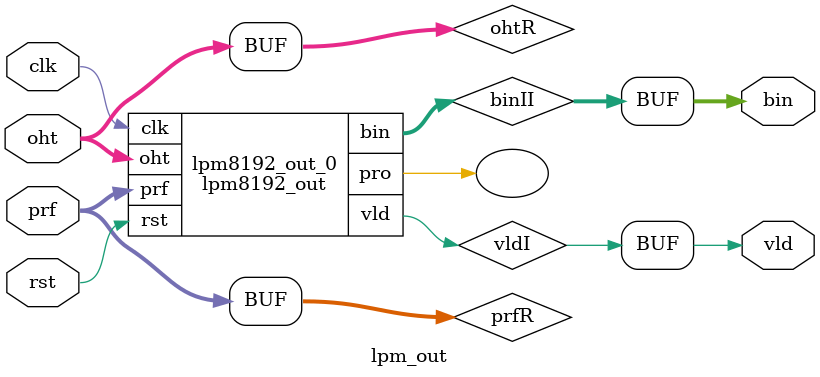
<source format=v>


// lpm2_out: 2-bit  Longest-Prefix-Macth (LPM) sub-module; Automatically generated
module lpm2_out(input clk, input rst, input [2-1:0] oht, input [4*2-1:0] prf, output [1-1:0] bin, output [4-1:0] pro, output vld);
  wire [4:0] p0 = { !oht[0] ,  prf[  4-1:0] }; // unpacked input prefix
  wire [4:0] p1 = { !oht[1] ,  prf[2*4-1:4] }; // unpacked input prefix
  assign    bin = (p1<p0) ? 1'b1 : 1'b0      ; // LSP  of the minimum prefix index
  assign    pro = bin ? p1[4-1:0] : p0[4-1:0]; // lower valid minimum
  assign    vld = |oht                       ; // valid bits
endmodule

// lpm4_out: 4-bit  Longest-Prefix-Macth (LPM) sub-module; Automatically generated
module lpm4_out(input clk, input rst, input [4-1:0] oht, input [4*4-1:0] prf, output [2-1:0] bin, output [4-1:0] pro, output vld);
  // recursive calls for four narrower (half the inout width) LPM encoders
  wire [2-2:0] binI[1:0]; wire [1:0] vldI; wire [4-1:0] proI [1:0];
  lpm2_out lpm2_out_in0(clk,rst,oht[4/2-1:0    ],prf[4/2*4-1:0    ],binI[0],proI[0],vldI[0]);
  lpm2_out lpm2_out_in1(clk,rst,oht[4  -1:  4/2],prf[4  *4-1:4/2*4],binI[1],proI[1],vldI[1]);
  // register input LPM encoders outputs if pipelining is required; otherwise assign only
  wire [2-2:0] binII[1:0]; wire [4-1:0] proII[1:0]; wire [   1:0] vldII;
  reg [2-2:0] binIR[1:0]; reg [1:0] vldIR; reg [4-1:0] proIR[1:0];
  always @(posedge clk, posedge rst)
    if (rst) {binIR[1],binIR[0],proIR[1],proIR[0],vldIR} <= {(2*(2+4)){1'b0}};
    else     {binIR[1],binIR[0],proIR[1],proIR[0],vldIR} <= {binI[ 1],binI[ 0],proI[ 1],proI[ 0],vldI };
  assign     {binII[1],binII[0],proII[1],proII[0],vldII} =  {binIR[1],binIR[0],proIR[1],proIR[0],vldIR};
  // output lpm2 to generate indices from valid bits
  lpm2_out lpm2_out_out0(clk,rst,vldII,{proII[1],proII[0]},bin[2-1:2-1],pro,vld);
  assign bin[2-2:0] = bin[2-1:2-1] ? binII[1] : binII[0];
endmodule

// lpm8_out: 8-bit  Longest-Prefix-Macth (LPM) sub-module; Automatically generated
module lpm8_out(input clk, input rst, input [8-1:0] oht, input [4*8-1:0] prf, output [3-1:0] bin, output [4-1:0] pro, output vld);
  // recursive calls for four narrower (half the inout width) LPM encoders
  wire [3-2:0] binI[1:0]; wire [1:0] vldI; wire [4-1:0] proI [1:0];
  lpm4_out lpm4_out_in0(clk,rst,oht[8/2-1:0    ],prf[8/2*4-1:0    ],binI[0],proI[0],vldI[0]);
  lpm4_out lpm4_out_in1(clk,rst,oht[8  -1:  8/2],prf[8  *4-1:8/2*4],binI[1],proI[1],vldI[1]);
  // register input LPM encoders outputs if pipelining is required; otherwise assign only
  wire [3-2:0] binII[1:0]; wire [4-1:0] proII[1:0]; wire [   1:0] vldII;
  reg [3-2:0] binIR[1:0]; reg [1:0] vldIR; reg [4-1:0] proIR[1:0];
  always @(posedge clk, posedge rst)
    if (rst) {binIR[1],binIR[0],proIR[1],proIR[0],vldIR} <= {(2*(3+4)){1'b0}};
    else     {binIR[1],binIR[0],proIR[1],proIR[0],vldIR} <= {binI[ 1],binI[ 0],proI[ 1],proI[ 0],vldI };
  assign     {binII[1],binII[0],proII[1],proII[0],vldII} =  {binIR[1],binIR[0],proIR[1],proIR[0],vldIR};
  // output lpm2 to generate indices from valid bits
  lpm2_out lpm2_out_out0(clk,rst,vldII,{proII[1],proII[0]},bin[3-1:3-1],pro,vld);
  assign bin[3-2:0] = bin[3-1:3-1] ? binII[1] : binII[0];
endmodule

// lpm16_out: 16-bit  Longest-Prefix-Macth (LPM) sub-module; Automatically generated
module lpm16_out(input clk, input rst, input [16-1:0] oht, input [4*16-1:0] prf, output [4-1:0] bin, output [4-1:0] pro, output vld);
  // recursive calls for four narrower (half the inout width) LPM encoders
  wire [4-2:0] binI[1:0]; wire [1:0] vldI; wire [4-1:0] proI [1:0];
  lpm8_out lpm8_out_in0(clk,rst,oht[16/2-1:0    ],prf[16/2*4-1:0    ],binI[0],proI[0],vldI[0]);
  lpm8_out lpm8_out_in1(clk,rst,oht[16  -1:  16/2],prf[16  *4-1:16/2*4],binI[1],proI[1],vldI[1]);
  // register input LPM encoders outputs if pipelining is required; otherwise assign only
  wire [4-2:0] binII[1:0]; wire [4-1:0] proII[1:0]; wire [   1:0] vldII;
  reg [4-2:0] binIR[1:0]; reg [1:0] vldIR; reg [4-1:0] proIR[1:0];
  always @(posedge clk, posedge rst)
    if (rst) {binIR[1],binIR[0],proIR[1],proIR[0],vldIR} <= {(2*(4+4)){1'b0}};
    else     {binIR[1],binIR[0],proIR[1],proIR[0],vldIR} <= {binI[ 1],binI[ 0],proI[ 1],proI[ 0],vldI };
  assign     {binII[1],binII[0],proII[1],proII[0],vldII} =  {binIR[1],binIR[0],proIR[1],proIR[0],vldIR};
  // output lpm2 to generate indices from valid bits
  lpm2_out lpm2_out_out0(clk,rst,vldII,{proII[1],proII[0]},bin[4-1:4-1],pro,vld);
  assign bin[4-2:0] = bin[4-1:4-1] ? binII[1] : binII[0];
endmodule

// lpm32_out: 32-bit  Longest-Prefix-Macth (LPM) sub-module; Automatically generated
module lpm32_out(input clk, input rst, input [32-1:0] oht, input [4*32-1:0] prf, output [5-1:0] bin, output [4-1:0] pro, output vld);
  // recursive calls for four narrower (half the inout width) LPM encoders
  wire [5-2:0] binI[1:0]; wire [1:0] vldI; wire [4-1:0] proI [1:0];
  lpm16_out lpm16_out_in0(clk,rst,oht[32/2-1:0    ],prf[32/2*4-1:0    ],binI[0],proI[0],vldI[0]);
  lpm16_out lpm16_out_in1(clk,rst,oht[32  -1:  32/2],prf[32  *4-1:32/2*4],binI[1],proI[1],vldI[1]);
  // register input LPM encoders outputs if pipelining is required; otherwise assign only
  wire [5-2:0] binII[1:0]; wire [4-1:0] proII[1:0]; wire [   1:0] vldII;
  reg [5-2:0] binIR[1:0]; reg [1:0] vldIR; reg [4-1:0] proIR[1:0];
  always @(posedge clk, posedge rst)
    if (rst) {binIR[1],binIR[0],proIR[1],proIR[0],vldIR} <= {(2*(5+4)){1'b0}};
    else     {binIR[1],binIR[0],proIR[1],proIR[0],vldIR} <= {binI[ 1],binI[ 0],proI[ 1],proI[ 0],vldI };
  assign     {binII[1],binII[0],proII[1],proII[0],vldII} =  {binIR[1],binIR[0],proIR[1],proIR[0],vldIR};
  // output lpm2 to generate indices from valid bits
  lpm2_out lpm2_out_out0(clk,rst,vldII,{proII[1],proII[0]},bin[5-1:5-1],pro,vld);
  assign bin[5-2:0] = bin[5-1:5-1] ? binII[1] : binII[0];
endmodule

// lpm64_out: 64-bit  Longest-Prefix-Macth (LPM) sub-module; Automatically generated
module lpm64_out(input clk, input rst, input [64-1:0] oht, input [4*64-1:0] prf, output [6-1:0] bin, output [4-1:0] pro, output vld);
  // recursive calls for four narrower (half the inout width) LPM encoders
  wire [6-2:0] binI[1:0]; wire [1:0] vldI; wire [4-1:0] proI [1:0];
  lpm32_out lpm32_out_in0(clk,rst,oht[64/2-1:0    ],prf[64/2*4-1:0    ],binI[0],proI[0],vldI[0]);
  lpm32_out lpm32_out_in1(clk,rst,oht[64  -1:  64/2],prf[64  *4-1:64/2*4],binI[1],proI[1],vldI[1]);
  // register input LPM encoders outputs if pipelining is required; otherwise assign only
  wire [6-2:0] binII[1:0]; wire [4-1:0] proII[1:0]; wire [   1:0] vldII;
  reg [6-2:0] binIR[1:0]; reg [1:0] vldIR; reg [4-1:0] proIR[1:0];
  always @(posedge clk, posedge rst)
    if (rst) {binIR[1],binIR[0],proIR[1],proIR[0],vldIR} <= {(2*(6+4)){1'b0}};
    else     {binIR[1],binIR[0],proIR[1],proIR[0],vldIR} <= {binI[ 1],binI[ 0],proI[ 1],proI[ 0],vldI };
  assign     {binII[1],binII[0],proII[1],proII[0],vldII} =  {binIR[1],binIR[0],proIR[1],proIR[0],vldIR};
  // output lpm2 to generate indices from valid bits
  lpm2_out lpm2_out_out0(clk,rst,vldII,{proII[1],proII[0]},bin[6-1:6-1],pro,vld);
  assign bin[6-2:0] = bin[6-1:6-1] ? binII[1] : binII[0];
endmodule

// lpm128_out: 128-bit  Longest-Prefix-Macth (LPM) sub-module; Automatically generated
module lpm128_out(input clk, input rst, input [128-1:0] oht, input [4*128-1:0] prf, output [7-1:0] bin, output [4-1:0] pro, output vld);
  // recursive calls for four narrower (half the inout width) LPM encoders
  wire [7-2:0] binI[1:0]; wire [1:0] vldI; wire [4-1:0] proI [1:0];
  lpm64_out lpm64_out_in0(clk,rst,oht[128/2-1:0    ],prf[128/2*4-1:0    ],binI[0],proI[0],vldI[0]);
  lpm64_out lpm64_out_in1(clk,rst,oht[128  -1:  128/2],prf[128  *4-1:128/2*4],binI[1],proI[1],vldI[1]);
  // register input LPM encoders outputs if pipelining is required; otherwise assign only
  wire [7-2:0] binII[1:0]; wire [4-1:0] proII[1:0]; wire [   1:0] vldII;
  reg [7-2:0] binIR[1:0]; reg [1:0] vldIR; reg [4-1:0] proIR[1:0];
  always @(posedge clk, posedge rst)
    if (rst) {binIR[1],binIR[0],proIR[1],proIR[0],vldIR} <= {(2*(7+4)){1'b0}};
    else     {binIR[1],binIR[0],proIR[1],proIR[0],vldIR} <= {binI[ 1],binI[ 0],proI[ 1],proI[ 0],vldI };
  assign     {binII[1],binII[0],proII[1],proII[0],vldII} =  {binIR[1],binIR[0],proIR[1],proIR[0],vldIR};
  // output lpm2 to generate indices from valid bits
  lpm2_out lpm2_out_out0(clk,rst,vldII,{proII[1],proII[0]},bin[7-1:7-1],pro,vld);
  assign bin[7-2:0] = bin[7-1:7-1] ? binII[1] : binII[0];
endmodule

// lpm256_out: 256-bit  Longest-Prefix-Macth (LPM) sub-module; Automatically generated
module lpm256_out(input clk, input rst, input [256-1:0] oht, input [4*256-1:0] prf, output [8-1:0] bin, output [4-1:0] pro, output vld);
  // recursive calls for four narrower (half the inout width) LPM encoders
  wire [8-2:0] binI[1:0]; wire [1:0] vldI; wire [4-1:0] proI [1:0];
  lpm128_out lpm128_out_in0(clk,rst,oht[256/2-1:0    ],prf[256/2*4-1:0    ],binI[0],proI[0],vldI[0]);
  lpm128_out lpm128_out_in1(clk,rst,oht[256  -1:  256/2],prf[256  *4-1:256/2*4],binI[1],proI[1],vldI[1]);
  // register input LPM encoders outputs if pipelining is required; otherwise assign only
  wire [8-2:0] binII[1:0]; wire [4-1:0] proII[1:0]; wire [   1:0] vldII;
  reg [8-2:0] binIR[1:0]; reg [1:0] vldIR; reg [4-1:0] proIR[1:0];
  always @(posedge clk, posedge rst)
    if (rst) {binIR[1],binIR[0],proIR[1],proIR[0],vldIR} <= {(2*(8+4)){1'b0}};
    else     {binIR[1],binIR[0],proIR[1],proIR[0],vldIR} <= {binI[ 1],binI[ 0],proI[ 1],proI[ 0],vldI };
  assign     {binII[1],binII[0],proII[1],proII[0],vldII} =  {binIR[1],binIR[0],proIR[1],proIR[0],vldIR};
  // output lpm2 to generate indices from valid bits
  lpm2_out lpm2_out_out0(clk,rst,vldII,{proII[1],proII[0]},bin[8-1:8-1],pro,vld);
  assign bin[8-2:0] = bin[8-1:8-1] ? binII[1] : binII[0];
endmodule

// lpm512_out: 512-bit  Longest-Prefix-Macth (LPM) sub-module; Automatically generated
module lpm512_out(input clk, input rst, input [512-1:0] oht, input [4*512-1:0] prf, output [9-1:0] bin, output [4-1:0] pro, output vld);
  // recursive calls for four narrower (half the inout width) LPM encoders
  wire [9-2:0] binI[1:0]; wire [1:0] vldI; wire [4-1:0] proI [1:0];
  lpm256_out lpm256_out_in0(clk,rst,oht[512/2-1:0    ],prf[512/2*4-1:0    ],binI[0],proI[0],vldI[0]);
  lpm256_out lpm256_out_in1(clk,rst,oht[512  -1:  512/2],prf[512  *4-1:512/2*4],binI[1],proI[1],vldI[1]);
  // register input LPM encoders outputs if pipelining is required; otherwise assign only
  wire [9-2:0] binII[1:0]; wire [4-1:0] proII[1:0]; wire [   1:0] vldII;
  reg [9-2:0] binIR[1:0]; reg [1:0] vldIR; reg [4-1:0] proIR[1:0];
  always @(posedge clk, posedge rst)
    if (rst) {binIR[1],binIR[0],proIR[1],proIR[0],vldIR} <= {(2*(9+4)){1'b0}};
    else     {binIR[1],binIR[0],proIR[1],proIR[0],vldIR} <= {binI[ 1],binI[ 0],proI[ 1],proI[ 0],vldI };
  assign     {binII[1],binII[0],proII[1],proII[0],vldII} =  {binIR[1],binIR[0],proIR[1],proIR[0],vldIR};
  // output lpm2 to generate indices from valid bits
  lpm2_out lpm2_out_out0(clk,rst,vldII,{proII[1],proII[0]},bin[9-1:9-1],pro,vld);
  assign bin[9-2:0] = bin[9-1:9-1] ? binII[1] : binII[0];
endmodule

// lpm1024_out: 1024-bit  Longest-Prefix-Macth (LPM) sub-module; Automatically generated
module lpm1024_out(input clk, input rst, input [1024-1:0] oht, input [4*1024-1:0] prf, output [10-1:0] bin, output [4-1:0] pro, output vld);
  // recursive calls for four narrower (half the inout width) LPM encoders
  wire [10-2:0] binI[1:0]; wire [1:0] vldI; wire [4-1:0] proI [1:0];
  lpm512_out lpm512_out_in0(clk,rst,oht[1024/2-1:0    ],prf[1024/2*4-1:0    ],binI[0],proI[0],vldI[0]);
  lpm512_out lpm512_out_in1(clk,rst,oht[1024  -1:  1024/2],prf[1024  *4-1:1024/2*4],binI[1],proI[1],vldI[1]);
  // register input LPM encoders outputs if pipelining is required; otherwise assign only
  wire [10-2:0] binII[1:0]; wire [4-1:0] proII[1:0]; wire [   1:0] vldII;
  reg [10-2:0] binIR[1:0]; reg [1:0] vldIR; reg [4-1:0] proIR[1:0];
  always @(posedge clk, posedge rst)
    if (rst) {binIR[1],binIR[0],proIR[1],proIR[0],vldIR} <= {(2*(10+4)){1'b0}};
    else     {binIR[1],binIR[0],proIR[1],proIR[0],vldIR} <= {binI[ 1],binI[ 0],proI[ 1],proI[ 0],vldI };
  assign     {binII[1],binII[0],proII[1],proII[0],vldII} =  {binIR[1],binIR[0],proIR[1],proIR[0],vldIR};
  // output lpm2 to generate indices from valid bits
  lpm2_out lpm2_out_out0(clk,rst,vldII,{proII[1],proII[0]},bin[10-1:10-1],pro,vld);
  assign bin[10-2:0] = bin[10-1:10-1] ? binII[1] : binII[0];
endmodule

// lpm2048_out: 2048-bit  Longest-Prefix-Macth (LPM) sub-module; Automatically generated
module lpm2048_out(input clk, input rst, input [2048-1:0] oht, input [4*2048-1:0] prf, output [11-1:0] bin, output [4-1:0] pro, output vld);
  // recursive calls for four narrower (half the inout width) LPM encoders
  wire [11-2:0] binI[1:0]; wire [1:0] vldI; wire [4-1:0] proI [1:0];
  lpm1024_out lpm1024_out_in0(clk,rst,oht[2048/2-1:0    ],prf[2048/2*4-1:0    ],binI[0],proI[0],vldI[0]);
  lpm1024_out lpm1024_out_in1(clk,rst,oht[2048  -1:  2048/2],prf[2048  *4-1:2048/2*4],binI[1],proI[1],vldI[1]);
  // register input LPM encoders outputs if pipelining is required; otherwise assign only
  wire [11-2:0] binII[1:0]; wire [4-1:0] proII[1:0]; wire [   1:0] vldII;
  reg [11-2:0] binIR[1:0]; reg [1:0] vldIR; reg [4-1:0] proIR[1:0];
  always @(posedge clk, posedge rst)
    if (rst) {binIR[1],binIR[0],proIR[1],proIR[0],vldIR} <= {(2*(11+4)){1'b0}};
    else     {binIR[1],binIR[0],proIR[1],proIR[0],vldIR} <= {binI[ 1],binI[ 0],proI[ 1],proI[ 0],vldI };
  assign     {binII[1],binII[0],proII[1],proII[0],vldII} =  {binIR[1],binIR[0],proIR[1],proIR[0],vldIR};
  // output lpm2 to generate indices from valid bits
  lpm2_out lpm2_out_out0(clk,rst,vldII,{proII[1],proII[0]},bin[11-1:11-1],pro,vld);
  assign bin[11-2:0] = bin[11-1:11-1] ? binII[1] : binII[0];
endmodule

// lpm4096_out: 4096-bit  Longest-Prefix-Macth (LPM) sub-module; Automatically generated
module lpm4096_out(input clk, input rst, input [4096-1:0] oht, input [4*4096-1:0] prf, output [12-1:0] bin, output [4-1:0] pro, output vld);
  // recursive calls for four narrower (half the inout width) LPM encoders
  wire [12-2:0] binI[1:0]; wire [1:0] vldI; wire [4-1:0] proI [1:0];
  lpm2048_out lpm2048_out_in0(clk,rst,oht[4096/2-1:0    ],prf[4096/2*4-1:0    ],binI[0],proI[0],vldI[0]);
  lpm2048_out lpm2048_out_in1(clk,rst,oht[4096  -1:  4096/2],prf[4096  *4-1:4096/2*4],binI[1],proI[1],vldI[1]);
  // register input LPM encoders outputs if pipelining is required; otherwise assign only
  wire [12-2:0] binII[1:0]; wire [4-1:0] proII[1:0]; wire [   1:0] vldII;
  reg [12-2:0] binIR[1:0]; reg [1:0] vldIR; reg [4-1:0] proIR[1:0];
  always @(posedge clk, posedge rst)
    if (rst) {binIR[1],binIR[0],proIR[1],proIR[0],vldIR} <= {(2*(12+4)){1'b0}};
    else     {binIR[1],binIR[0],proIR[1],proIR[0],vldIR} <= {binI[ 1],binI[ 0],proI[ 1],proI[ 0],vldI };
  assign     {binII[1],binII[0],proII[1],proII[0],vldII} =  {binIR[1],binIR[0],proIR[1],proIR[0],vldIR};
  // output lpm2 to generate indices from valid bits
  lpm2_out lpm2_out_out0(clk,rst,vldII,{proII[1],proII[0]},bin[12-1:12-1],pro,vld);
  assign bin[12-2:0] = bin[12-1:12-1] ? binII[1] : binII[0];
endmodule

// lpm8192_out: 8192-bit  Longest-Prefix-Macth (LPM) sub-module; Automatically generated
module lpm8192_out(input clk, input rst, input [8192-1:0] oht, input [4*8192-1:0] prf, output [13-1:0] bin, output [4-1:0] pro, output vld);
  // recursive calls for four narrower (half the inout width) LPM encoders
  wire [13-2:0] binI[1:0]; wire [1:0] vldI; wire [4-1:0] proI [1:0];
  lpm4096_out lpm4096_out_in0(clk,rst,oht[8192/2-1:0    ],prf[8192/2*4-1:0    ],binI[0],proI[0],vldI[0]);
  lpm4096_out lpm4096_out_in1(clk,rst,oht[8192  -1:  8192/2],prf[8192  *4-1:8192/2*4],binI[1],proI[1],vldI[1]);
  // register input LPM encoders outputs if pipelining is required; otherwise assign only
  wire [13-2:0] binII[1:0]; wire [4-1:0] proII[1:0]; wire [   1:0] vldII;
  reg [13-2:0] binIR[1:0]; reg [1:0] vldIR; reg [4-1:0] proIR[1:0];
  always @(posedge clk, posedge rst)
    if (rst) {binIR[1],binIR[0],proIR[1],proIR[0],vldIR} <= {(2*(13+4)){1'b0}};
    else     {binIR[1],binIR[0],proIR[1],proIR[0],vldIR} <= {binI[ 1],binI[ 0],proI[ 1],proI[ 0],vldI };
  assign     {binII[1],binII[0],proII[1],proII[0],vldII} =  {binIR[1],binIR[0],proIR[1],proIR[0],vldIR};
  // output lpm2 to generate indices from valid bits
  lpm2_out lpm2_out_out0(clk,rst,vldII,{proII[1],proII[0]},bin[13-1:13-1],pro,vld);
  assign bin[13-2:0] = bin[13-1:13-1] ? binII[1] : binII[0];
endmodule

// lpm_out.v: LPM encoder top module file; Automatically generated
module lpm_out(input clk, input rst, input [8192-1:0] oht, input [4*8192-1:0] prf,output [13-1:0] bin, output vld);
  wire [8192-1:0] ohtR = oht; wire [4*8192-1:0] prfR = prf;
  wire [13-1:0] binII; wire vldI;
  // instantiate peiority encoder
  lpm8192_out lpm8192_out_0(clk,rst,ohtR,prfR,binII,,vldI);
  assign {bin,vld} = {binII ,vldI };
endmodule

</source>
